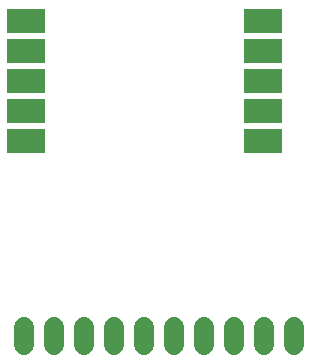
<source format=gbr>
G04 EAGLE Gerber RS-274X export*
G75*
%MOMM*%
%FSLAX34Y34*%
%LPD*%
%INSoldermask Top*%
%IPPOS*%
%AMOC8*
5,1,8,0,0,1.08239X$1,22.5*%
G01*
G04 Define Apertures*
%ADD10R,3.203200X2.103200*%
%ADD11C,1.727200*%
D10*
X39700Y965200D03*
X39700Y939800D03*
X39700Y914400D03*
X39700Y889000D03*
X39700Y863600D03*
X239700Y863600D03*
X239700Y889000D03*
X239700Y914400D03*
X239700Y939800D03*
X239700Y965200D03*
D11*
X38100Y706120D02*
X38100Y690880D01*
X63500Y690880D02*
X63500Y706120D01*
X88900Y706120D02*
X88900Y690880D01*
X114300Y690880D02*
X114300Y706120D01*
X139700Y706120D02*
X139700Y690880D01*
X165100Y690880D02*
X165100Y706120D01*
X190500Y706120D02*
X190500Y690880D01*
X215900Y690880D02*
X215900Y706120D01*
X241300Y706120D02*
X241300Y690880D01*
X266700Y690880D02*
X266700Y706120D01*
M02*

</source>
